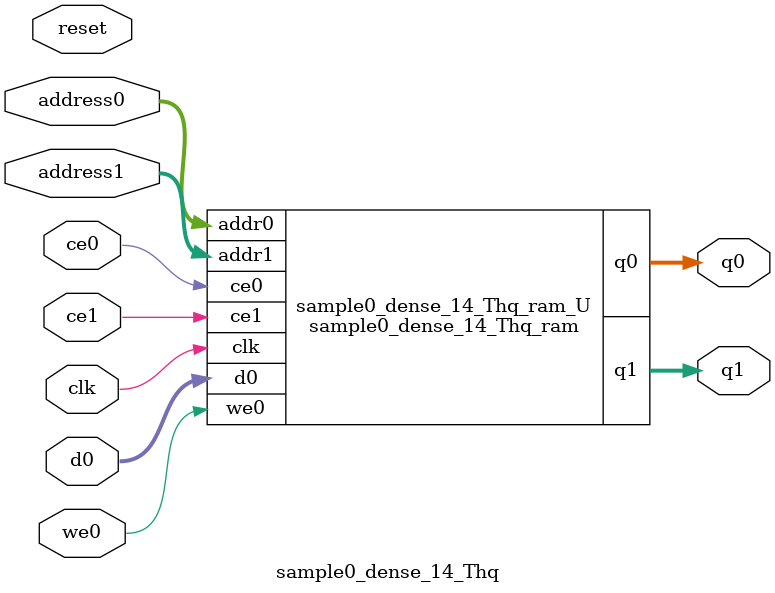
<source format=v>

`timescale 1 ns / 1 ps
module sample0_dense_14_Thq_ram (addr0, ce0, d0, we0, q0, addr1, ce1, q1,  clk);

parameter DWIDTH = 32;
parameter AWIDTH = 13;
parameter MEM_SIZE = 4224;

input[AWIDTH-1:0] addr0;
input ce0;
input[DWIDTH-1:0] d0;
input we0;
output reg[DWIDTH-1:0] q0;
input[AWIDTH-1:0] addr1;
input ce1;
output reg[DWIDTH-1:0] q1;
input clk;

(* ram_style = "block" *)reg [DWIDTH-1:0] ram[0:MEM_SIZE-1];




always @(posedge clk)  
begin 
    if (ce0) 
    begin
        if (we0) 
        begin 
            ram[addr0] <= d0; 
            q0 <= d0;
        end 
        else 
            q0 <= ram[addr0];
    end
end


always @(posedge clk)  
begin 
    if (ce1) 
    begin
            q1 <= ram[addr1];
    end
end


endmodule


`timescale 1 ns / 1 ps
module sample0_dense_14_Thq(
    reset,
    clk,
    address0,
    ce0,
    we0,
    d0,
    q0,
    address1,
    ce1,
    q1);

parameter DataWidth = 32'd32;
parameter AddressRange = 32'd4224;
parameter AddressWidth = 32'd13;
input reset;
input clk;
input[AddressWidth - 1:0] address0;
input ce0;
input we0;
input[DataWidth - 1:0] d0;
output[DataWidth - 1:0] q0;
input[AddressWidth - 1:0] address1;
input ce1;
output[DataWidth - 1:0] q1;



sample0_dense_14_Thq_ram sample0_dense_14_Thq_ram_U(
    .clk( clk ),
    .addr0( address0 ),
    .ce0( ce0 ),
    .we0( we0 ),
    .d0( d0 ),
    .q0( q0 ),
    .addr1( address1 ),
    .ce1( ce1 ),
    .q1( q1 ));

endmodule


</source>
